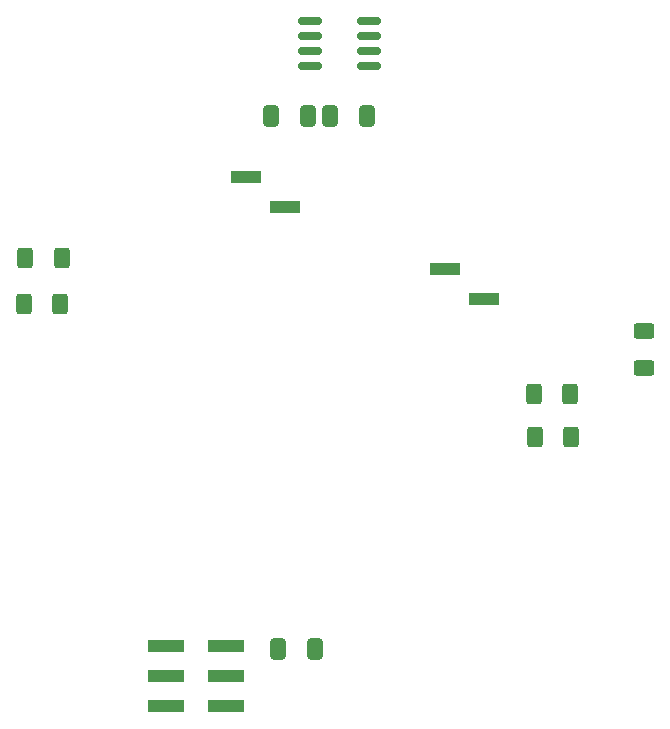
<source format=gbr>
%TF.GenerationSoftware,KiCad,Pcbnew,8.0.1-rc1*%
%TF.CreationDate,2024-06-23T11:02:47-07:00*%
%TF.ProjectId,AMS - CANBus Sensor - RPM,414d5320-2d20-4434-914e-427573205365,rev?*%
%TF.SameCoordinates,Original*%
%TF.FileFunction,Paste,Top*%
%TF.FilePolarity,Positive*%
%FSLAX46Y46*%
G04 Gerber Fmt 4.6, Leading zero omitted, Abs format (unit mm)*
G04 Created by KiCad (PCBNEW 8.0.1-rc1) date 2024-06-23 11:02:47*
%MOMM*%
%LPD*%
G01*
G04 APERTURE LIST*
G04 Aperture macros list*
%AMRoundRect*
0 Rectangle with rounded corners*
0 $1 Rounding radius*
0 $2 $3 $4 $5 $6 $7 $8 $9 X,Y pos of 4 corners*
0 Add a 4 corners polygon primitive as box body*
4,1,4,$2,$3,$4,$5,$6,$7,$8,$9,$2,$3,0*
0 Add four circle primitives for the rounded corners*
1,1,$1+$1,$2,$3*
1,1,$1+$1,$4,$5*
1,1,$1+$1,$6,$7*
1,1,$1+$1,$8,$9*
0 Add four rect primitives between the rounded corners*
20,1,$1+$1,$2,$3,$4,$5,0*
20,1,$1+$1,$4,$5,$6,$7,0*
20,1,$1+$1,$6,$7,$8,$9,0*
20,1,$1+$1,$8,$9,$2,$3,0*%
G04 Aperture macros list end*
%ADD10R,2.510000X1.000000*%
%ADD11RoundRect,0.250000X-0.400000X-0.625000X0.400000X-0.625000X0.400000X0.625000X-0.400000X0.625000X0*%
%ADD12R,3.150000X1.000000*%
%ADD13RoundRect,0.250000X0.412500X0.650000X-0.412500X0.650000X-0.412500X-0.650000X0.412500X-0.650000X0*%
%ADD14RoundRect,0.250000X-0.625000X0.400000X-0.625000X-0.400000X0.625000X-0.400000X0.625000X0.400000X0*%
%ADD15RoundRect,0.150000X-0.825000X-0.150000X0.825000X-0.150000X0.825000X0.150000X-0.825000X0.150000X0*%
%ADD16RoundRect,0.250000X-0.412500X-0.650000X0.412500X-0.650000X0.412500X0.650000X-0.412500X0.650000X0*%
G04 APERTURE END LIST*
D10*
%TO.C,J6*%
X155312900Y-90634200D03*
X158622900Y-93174200D03*
%TD*%
%TO.C,J3*%
X138479600Y-82842000D03*
X141789600Y-85382000D03*
%TD*%
D11*
%TO.C,R13*%
X119658000Y-93650100D03*
X122758000Y-93650100D03*
%TD*%
D12*
%TO.C,J1*%
X131749100Y-122556000D03*
X136799100Y-122556000D03*
X131749100Y-125096000D03*
X136799100Y-125096000D03*
X131749100Y-127636000D03*
X136799100Y-127636000D03*
%TD*%
D13*
%TO.C,C1*%
X144305600Y-122847300D03*
X141180600Y-122847300D03*
%TD*%
D11*
%TO.C,R14*%
X162855200Y-101202000D03*
X165955200Y-101202000D03*
%TD*%
D14*
%TO.C,R12*%
X172177800Y-95912000D03*
X172177800Y-99012000D03*
%TD*%
D11*
%TO.C,R10*%
X119783900Y-89714300D03*
X122883900Y-89714300D03*
%TD*%
%TO.C,R15*%
X162924900Y-104866700D03*
X166024900Y-104866700D03*
%TD*%
D13*
%TO.C,C7*%
X148742600Y-77728700D03*
X145617600Y-77728700D03*
%TD*%
D15*
%TO.C,U3*%
X143942000Y-69639900D03*
X143942000Y-70909900D03*
X143942000Y-72179900D03*
X143942000Y-73449900D03*
X148892000Y-73449900D03*
X148892000Y-72179900D03*
X148892000Y-70909900D03*
X148892000Y-69639900D03*
%TD*%
D16*
%TO.C,C6*%
X140596700Y-77728700D03*
X143721700Y-77728700D03*
%TD*%
M02*

</source>
